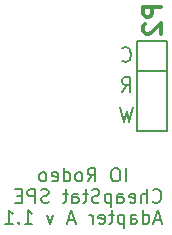
<source format=gbo>
G04 (created by PCBNEW-RS274X (2012-apr-16-27)-stable) date Sat 13 Sep 2014 11:44:54 AM PDT*
G01*
G70*
G90*
%MOIN*%
G04 Gerber Fmt 3.4, Leading zero omitted, Abs format*
%FSLAX34Y34*%
G04 APERTURE LIST*
%ADD10C,0.006000*%
%ADD11C,0.008000*%
%ADD12C,0.007500*%
%ADD13C,0.012000*%
G04 APERTURE END LIST*
G54D10*
G54D11*
X28186Y-25702D02*
X28305Y-26202D01*
X28401Y-25845D01*
X28496Y-26202D01*
X28615Y-25702D01*
X28245Y-25202D02*
X28412Y-24964D01*
X28531Y-25202D02*
X28531Y-24702D01*
X28340Y-24702D01*
X28293Y-24726D01*
X28269Y-24750D01*
X28245Y-24798D01*
X28245Y-24869D01*
X28269Y-24917D01*
X28293Y-24940D01*
X28340Y-24964D01*
X28531Y-24964D01*
X28245Y-24155D02*
X28269Y-24179D01*
X28340Y-24202D01*
X28388Y-24202D01*
X28460Y-24179D01*
X28507Y-24131D01*
X28531Y-24083D01*
X28555Y-23988D01*
X28555Y-23917D01*
X28531Y-23821D01*
X28507Y-23774D01*
X28460Y-23726D01*
X28388Y-23702D01*
X28340Y-23702D01*
X28269Y-23726D01*
X28245Y-23750D01*
G54D12*
X28385Y-28182D02*
X28385Y-27732D01*
X28085Y-27732D02*
X27999Y-27732D01*
X27957Y-27754D01*
X27914Y-27796D01*
X27892Y-27882D01*
X27892Y-28032D01*
X27914Y-28118D01*
X27957Y-28161D01*
X27999Y-28182D01*
X28085Y-28182D01*
X28128Y-28161D01*
X28171Y-28118D01*
X28192Y-28032D01*
X28192Y-27882D01*
X28171Y-27796D01*
X28128Y-27754D01*
X28085Y-27732D01*
X27100Y-28182D02*
X27250Y-27968D01*
X27357Y-28182D02*
X27357Y-27732D01*
X27185Y-27732D01*
X27143Y-27754D01*
X27121Y-27775D01*
X27100Y-27818D01*
X27100Y-27882D01*
X27121Y-27925D01*
X27143Y-27946D01*
X27185Y-27968D01*
X27357Y-27968D01*
X26843Y-28182D02*
X26885Y-28161D01*
X26907Y-28139D01*
X26928Y-28096D01*
X26928Y-27968D01*
X26907Y-27925D01*
X26885Y-27904D01*
X26843Y-27882D01*
X26778Y-27882D01*
X26735Y-27904D01*
X26714Y-27925D01*
X26693Y-27968D01*
X26693Y-28096D01*
X26714Y-28139D01*
X26735Y-28161D01*
X26778Y-28182D01*
X26843Y-28182D01*
X26307Y-28182D02*
X26307Y-27732D01*
X26307Y-28161D02*
X26350Y-28182D01*
X26436Y-28182D01*
X26478Y-28161D01*
X26500Y-28139D01*
X26521Y-28096D01*
X26521Y-27968D01*
X26500Y-27925D01*
X26478Y-27904D01*
X26436Y-27882D01*
X26350Y-27882D01*
X26307Y-27904D01*
X25921Y-28161D02*
X25964Y-28182D01*
X26050Y-28182D01*
X26093Y-28161D01*
X26114Y-28118D01*
X26114Y-27946D01*
X26093Y-27904D01*
X26050Y-27882D01*
X25964Y-27882D01*
X25921Y-27904D01*
X25900Y-27946D01*
X25900Y-27989D01*
X26114Y-28032D01*
X25643Y-28182D02*
X25685Y-28161D01*
X25707Y-28139D01*
X25728Y-28096D01*
X25728Y-27968D01*
X25707Y-27925D01*
X25685Y-27904D01*
X25643Y-27882D01*
X25578Y-27882D01*
X25535Y-27904D01*
X25514Y-27925D01*
X25493Y-27968D01*
X25493Y-28096D01*
X25514Y-28139D01*
X25535Y-28161D01*
X25578Y-28182D01*
X25643Y-28182D01*
X29275Y-28844D02*
X29296Y-28866D01*
X29360Y-28887D01*
X29403Y-28887D01*
X29468Y-28866D01*
X29510Y-28823D01*
X29532Y-28780D01*
X29553Y-28694D01*
X29553Y-28630D01*
X29532Y-28544D01*
X29510Y-28501D01*
X29468Y-28459D01*
X29403Y-28437D01*
X29360Y-28437D01*
X29296Y-28459D01*
X29275Y-28480D01*
X29082Y-28887D02*
X29082Y-28437D01*
X28889Y-28887D02*
X28889Y-28651D01*
X28910Y-28609D01*
X28953Y-28587D01*
X29018Y-28587D01*
X29060Y-28609D01*
X29082Y-28630D01*
X28503Y-28866D02*
X28546Y-28887D01*
X28632Y-28887D01*
X28675Y-28866D01*
X28696Y-28823D01*
X28696Y-28651D01*
X28675Y-28609D01*
X28632Y-28587D01*
X28546Y-28587D01*
X28503Y-28609D01*
X28482Y-28651D01*
X28482Y-28694D01*
X28696Y-28737D01*
X28096Y-28887D02*
X28096Y-28651D01*
X28117Y-28609D01*
X28160Y-28587D01*
X28246Y-28587D01*
X28289Y-28609D01*
X28096Y-28866D02*
X28139Y-28887D01*
X28246Y-28887D01*
X28289Y-28866D01*
X28310Y-28823D01*
X28310Y-28780D01*
X28289Y-28737D01*
X28246Y-28716D01*
X28139Y-28716D01*
X28096Y-28694D01*
X27882Y-28587D02*
X27882Y-29037D01*
X27882Y-28609D02*
X27839Y-28587D01*
X27753Y-28587D01*
X27710Y-28609D01*
X27689Y-28630D01*
X27668Y-28673D01*
X27668Y-28801D01*
X27689Y-28844D01*
X27710Y-28866D01*
X27753Y-28887D01*
X27839Y-28887D01*
X27882Y-28866D01*
X27496Y-28866D02*
X27432Y-28887D01*
X27325Y-28887D01*
X27282Y-28866D01*
X27261Y-28844D01*
X27239Y-28801D01*
X27239Y-28759D01*
X27261Y-28716D01*
X27282Y-28694D01*
X27325Y-28673D01*
X27411Y-28651D01*
X27453Y-28630D01*
X27475Y-28609D01*
X27496Y-28566D01*
X27496Y-28523D01*
X27475Y-28480D01*
X27453Y-28459D01*
X27411Y-28437D01*
X27303Y-28437D01*
X27239Y-28459D01*
X27110Y-28587D02*
X26939Y-28587D01*
X27046Y-28437D02*
X27046Y-28823D01*
X27024Y-28866D01*
X26982Y-28887D01*
X26939Y-28887D01*
X26596Y-28887D02*
X26596Y-28651D01*
X26617Y-28609D01*
X26660Y-28587D01*
X26746Y-28587D01*
X26789Y-28609D01*
X26596Y-28866D02*
X26639Y-28887D01*
X26746Y-28887D01*
X26789Y-28866D01*
X26810Y-28823D01*
X26810Y-28780D01*
X26789Y-28737D01*
X26746Y-28716D01*
X26639Y-28716D01*
X26596Y-28694D01*
X26446Y-28587D02*
X26275Y-28587D01*
X26382Y-28437D02*
X26382Y-28823D01*
X26360Y-28866D01*
X26318Y-28887D01*
X26275Y-28887D01*
X25803Y-28866D02*
X25739Y-28887D01*
X25632Y-28887D01*
X25589Y-28866D01*
X25568Y-28844D01*
X25546Y-28801D01*
X25546Y-28759D01*
X25568Y-28716D01*
X25589Y-28694D01*
X25632Y-28673D01*
X25718Y-28651D01*
X25760Y-28630D01*
X25782Y-28609D01*
X25803Y-28566D01*
X25803Y-28523D01*
X25782Y-28480D01*
X25760Y-28459D01*
X25718Y-28437D01*
X25610Y-28437D01*
X25546Y-28459D01*
X25353Y-28887D02*
X25353Y-28437D01*
X25181Y-28437D01*
X25139Y-28459D01*
X25117Y-28480D01*
X25096Y-28523D01*
X25096Y-28587D01*
X25117Y-28630D01*
X25139Y-28651D01*
X25181Y-28673D01*
X25353Y-28673D01*
X24903Y-28651D02*
X24753Y-28651D01*
X24689Y-28887D02*
X24903Y-28887D01*
X24903Y-28437D01*
X24689Y-28437D01*
X29543Y-29464D02*
X29329Y-29464D01*
X29586Y-29592D02*
X29436Y-29142D01*
X29286Y-29592D01*
X28943Y-29592D02*
X28943Y-29142D01*
X28943Y-29571D02*
X28986Y-29592D01*
X29072Y-29592D01*
X29114Y-29571D01*
X29136Y-29549D01*
X29157Y-29506D01*
X29157Y-29378D01*
X29136Y-29335D01*
X29114Y-29314D01*
X29072Y-29292D01*
X28986Y-29292D01*
X28943Y-29314D01*
X28536Y-29592D02*
X28536Y-29356D01*
X28557Y-29314D01*
X28600Y-29292D01*
X28686Y-29292D01*
X28729Y-29314D01*
X28536Y-29571D02*
X28579Y-29592D01*
X28686Y-29592D01*
X28729Y-29571D01*
X28750Y-29528D01*
X28750Y-29485D01*
X28729Y-29442D01*
X28686Y-29421D01*
X28579Y-29421D01*
X28536Y-29399D01*
X28322Y-29292D02*
X28322Y-29742D01*
X28322Y-29314D02*
X28279Y-29292D01*
X28193Y-29292D01*
X28150Y-29314D01*
X28129Y-29335D01*
X28108Y-29378D01*
X28108Y-29506D01*
X28129Y-29549D01*
X28150Y-29571D01*
X28193Y-29592D01*
X28279Y-29592D01*
X28322Y-29571D01*
X27979Y-29292D02*
X27808Y-29292D01*
X27915Y-29142D02*
X27915Y-29528D01*
X27893Y-29571D01*
X27851Y-29592D01*
X27808Y-29592D01*
X27486Y-29571D02*
X27529Y-29592D01*
X27615Y-29592D01*
X27658Y-29571D01*
X27679Y-29528D01*
X27679Y-29356D01*
X27658Y-29314D01*
X27615Y-29292D01*
X27529Y-29292D01*
X27486Y-29314D01*
X27465Y-29356D01*
X27465Y-29399D01*
X27679Y-29442D01*
X27272Y-29592D02*
X27272Y-29292D01*
X27272Y-29378D02*
X27250Y-29335D01*
X27229Y-29314D01*
X27186Y-29292D01*
X27143Y-29292D01*
X26671Y-29464D02*
X26457Y-29464D01*
X26714Y-29592D02*
X26564Y-29142D01*
X26414Y-29592D01*
X25964Y-29292D02*
X25857Y-29592D01*
X25749Y-29292D01*
X24999Y-29592D02*
X25256Y-29592D01*
X25128Y-29592D02*
X25128Y-29142D01*
X25171Y-29206D01*
X25213Y-29249D01*
X25256Y-29271D01*
X24806Y-29549D02*
X24784Y-29571D01*
X24806Y-29592D01*
X24827Y-29571D01*
X24806Y-29549D01*
X24806Y-29592D01*
X24356Y-29592D02*
X24613Y-29592D01*
X24485Y-29592D02*
X24485Y-29142D01*
X24528Y-29206D01*
X24570Y-29249D01*
X24613Y-29271D01*
G54D10*
X29750Y-23500D02*
X28750Y-23500D01*
X28750Y-23500D02*
X28750Y-26500D01*
X28750Y-26500D02*
X29750Y-26500D01*
X29750Y-26500D02*
X29750Y-23500D01*
X28750Y-24500D02*
X29750Y-24500D01*
G54D13*
X29543Y-22358D02*
X28943Y-22358D01*
X28943Y-22586D01*
X28971Y-22644D01*
X29000Y-22672D01*
X29057Y-22701D01*
X29143Y-22701D01*
X29200Y-22672D01*
X29229Y-22644D01*
X29257Y-22586D01*
X29257Y-22358D01*
X29000Y-22929D02*
X28971Y-22958D01*
X28943Y-23015D01*
X28943Y-23158D01*
X28971Y-23215D01*
X29000Y-23244D01*
X29057Y-23272D01*
X29114Y-23272D01*
X29200Y-23244D01*
X29543Y-22901D01*
X29543Y-23272D01*
M02*

</source>
